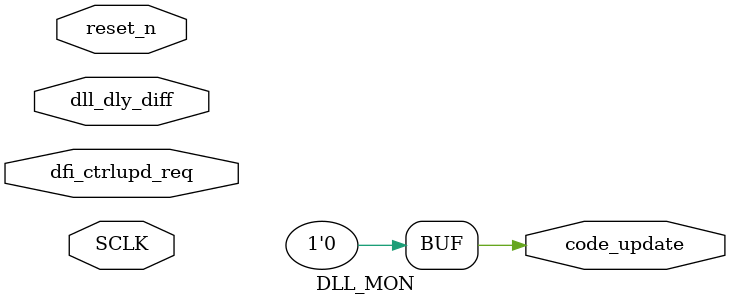
<source format=v>




/// Header_End <<<---


/// I/O_Start --->>>

// if dll_dly_diff asserts, wait for next refresh and request a code_update

module DLL_MON( SCLK,
                reset_n,
                code_update,
                dll_dly_diff,
                dfi_ctrlupd_req );

input          SCLK;
input          reset_n;

// Port: System

output         code_update;
input          dll_dly_diff;

// Port: NWL_PHY
input          dfi_ctrlupd_req;


/// I/O_End <<<---

assign code_update = 1'b0;




/// Components_Start --->>>

// File: DLL_MON_BOT.v
/*
DLL_MON_BOT DLL_MON_BOT( .SCLK(SCLK),
                         .reset_n(reset_n),
                         .CODE_UPDATE(CODE_UPDATE),
                         .DLL_DLY_DIFF(DLL_DLY_DIFF) );
*/



/// Components_End <<<---


endmodule


</source>
